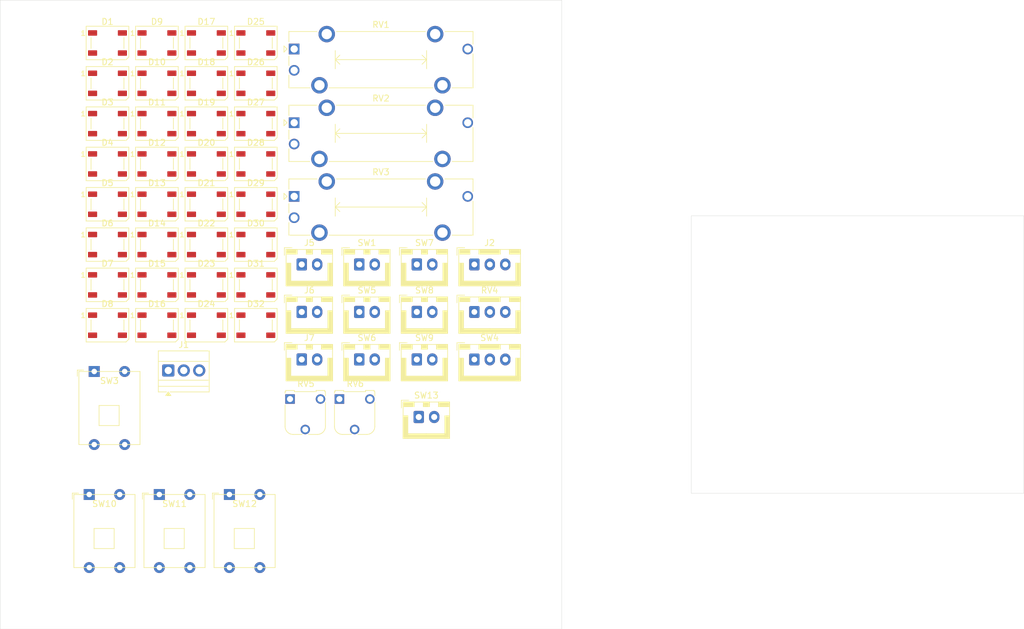
<source format=kicad_pcb>
(kicad_pcb (version 20241229) (generator "pcbnew") (generator_version "9.0")
  (layers (0 "F.Cu" signal) (2 "B.Cu" signal) (13 "F.Paste" user) (15 "B.Paste" user) (5 "F.SilkS" user "F.Silkscreen") (7 "B.SilkS" user "B.Silkscreen") (1 "F.Mask" user) (3 "B.Mask" user) (25 "Edge.Cuts" user))
  (net 0 "")
  (net 1 "GND")
  (net 3 "Net-(D1-DOUT)")
  (net 4 "+5V")
  (net 5 "Net-(D2-DOUT)")
  (net 6 "Net-(D3-DOUT)")
  (net 7 "Net-(D4-DOUT)")
  (net 8 "Net-(D5-DOUT)")
  (net 9 "Net-(D6-DOUT)")
  (net 10 "Net-(D7-DOUT)")
  (net 11 "Net-(D8-DOUT)")
  (net 12 "Net-(D10-DIN)")
  (net 13 "Net-(D10-DOUT)")
  (net 14 "Net-(D11-DOUT)")
  (net 15 "Net-(D12-DOUT)")
  (net 16 "Net-(D13-DOUT)")
  (net 17 "Net-(D14-DOUT)")
  (net 18 "Net-(D15-DOUT)")
  (net 19 "Net-(D16-DOUT)")
  (net 20 "Net-(D17-DOUT)")
  (net 21 "Net-(D18-DIN)")
  (net 22 "Net-(D18-DOUT)")
  (net 23 "Net-(D19-DOUT)")
  (net 24 "Net-(D20-DOUT)")
  (net 25 "Net-(D21-DOUT)")
  (net 26 "Net-(D22-DOUT)")
  (net 27 "Net-(D23-DOUT)")
  (net 28 "Net-(D24-DOUT)")
  (net 29 "Net-(D25-DOUT)")
  (net 30 "Net-(D26-DOUT)")
  (net 31 "Net-(D27-DOUT)")
  (net 32 "Net-(D28-DOUT)")
  (net 33 "Net-(D29-DOUT)")
  (net 34 "Net-(D30-DOUT)")
  (net 39 "+BATT")
  (net 40 "5V USB")
  (net 41 "Net-(J7-Pin_2)")
  (net 43 "ADC_Lo")
  (net 44 "ADC-Hi")
  (net 62 "Net-(SW10-A-Pad1)")
  (net 63 "Net-(SW11-A-Pad1)")
  (net 64 "Net-(SW12-A-Pad1)")
  (net 65 "Net-(SW13-A-Pad1)")
  (footprint "Connector_JST:XH-3A" (layer "F.Cu") (at 124.32 83.25)
    (property "Reference" "RV4" (at 2.5 -3.55 0) (layer "F.SilkS"))
    (property "Value" "Main Potentiometer")
    (pad "1" thru_hole roundrect (at 0 0) (size 1.7 1.95) (drill 0.95) (layers "*.Cu" "*.Mask") (roundrect_rratio 0.147059) (net 44 "ADC-Hi"))
    (pad "2" thru_hole oval (at 2.54 0) (size 1.7 1.95) (drill 0.95) (layers "*.Cu" "*.Mask"))
    (pad "3" thru_hole oval (at 5.08 0) (size 1.7 1.95) (drill 0.95) (layers "*.Cu" "*.Mask") (net 43 "ADC_Lo"))
  )
  (footprint "Connector_JST:XH-2A" (layer "F.Cu") (at 95.97 75.45)
    (property "Reference" "J5" (at 1.25 -3.55 0) (layer "F.SilkS"))
    (property "Value" "Battery")
    (pad "1" thru_hole roundrect (at 0 0) (size 1.7 2) (drill 1) (layers "*.Cu" "*.Mask") (roundrect_rratio 0.147059) (net 39 "+BATT"))
    (pad "2" thru_hole oval (at 2.54 0) (size 1.7 2) (drill 1) (layers "*.Cu" "*.Mask") (net 1 "GND"))
  )
  (footprint "Connector_JST:XH-3A" (layer "F.Cu") (at 124.32 91.05)
    (property "Reference" "SW4" (at 2.5 -3.55 0) (layer "F.SilkS"))
    (property "Value" "SW_SPDT_MSM")
    (pad "1" thru_hole roundrect (at 0 0) (size 1.7 1.95) (drill 0.95) (layers "*.Cu" "*.Mask") (roundrect_rratio 0.147059) (net 1 "GND"))
    (pad "2" thru_hole oval (at 2.54 0) (size 1.7 1.95) (drill 0.95) (layers "*.Cu" "*.Mask"))
    (pad "3" thru_hole oval (at 5.08 0) (size 1.7 1.95) (drill 0.95) (layers "*.Cu" "*.Mask") (net 1 "GND"))
  )
  (footprint "LED_SMD:LED_WS2812B_PLCC4_5.0x5.0mm_P3.2mm" (layer "F.Cu") (at 64.075 52.325)
    (property "Reference" "D3" (at 0 -3.5 0) (layer "F.SilkS"))
    (property "Value" "WS2812B")
    (fp_text user "1" (at -4 -1.6 0) (layer "F.SilkS") (effects (font (size 0.8 0.8))))
    (pad "1" smd roundrect (at -2.45 -1.65) (size 1.5 0.9) (layers "F.Cu" "F.Mask" "F.Paste") (roundrect_rratio 0.1) (net 1 "GND"))
    (pad "2" smd roundrect (at -2.45 1.65) (size 1.5 0.9) (layers "F.Cu" "F.Mask" "F.Paste") (roundrect_rratio 0.1) (net 6 "Net-(D3-DOUT)"))
    (pad "3" smd roundrect (at 2.45 1.65) (size 1.5 0.9) (layers "F.Cu" "F.Mask" "F.Paste") (roundrect_rratio 0.1) (net 4 "+5V"))
    (pad "4" smd roundrect (at 2.45 -1.65) (size 1.5 0.9) (layers "F.Cu" "F.Mask" "F.Paste") (roundrect_rratio 0.1) (net 5 "Net-(D2-DOUT)"))
  )
  (footprint "Connector_JST:XH-2A" (layer "F.Cu") (at 115.185 100.5)
    (property "Reference" "SW13" (at 1.25 -3.55 0) (layer "F.SilkS"))
    (property "Value" "Button Small")
    (pad "1" thru_hole roundrect (at 0 0) (size 1.7 2) (drill 1) (layers "*.Cu" "*.Mask") (roundrect_rratio 0.147059) (net 65 "Net-(SW13-A-Pad1)"))
    (pad "2" thru_hole oval (at 2.54 0) (size 1.7 2) (drill 1) (layers "*.Cu" "*.Mask") (net 65 "Net-(SW13-A-Pad1)"))
  )
  (footprint "Connector_JST:XH-2A" (layer "F.Cu") (at 95.97 91.05)
    (property "Reference" "J7" (at 1.25 -3.55 0) (layer "F.SilkS"))
    (property "Value" "Battery Indicator")
    (pad "1" thru_hole roundrect (at 0 0) (size 1.7 2) (drill 1) (layers "*.Cu" "*.Mask") (roundrect_rratio 0.147059) (net 39 "+BATT"))
    (pad "2" thru_hole oval (at 2.54 0) (size 1.7 2) (drill 1) (layers "*.Cu" "*.Mask") (net 41 "Net-(J7-Pin_2)"))
  )
  (footprint "LED_SMD:LED_WS2812B_PLCC4_5.0x5.0mm_P3.2mm" (layer "F.Cu") (at 64.075 72.185)
    (property "Reference" "D6" (at 0 -3.5 0) (layer "F.SilkS"))
    (property "Value" "WS2812B")
    (fp_text user "1" (at -4 -1.6 0) (layer "F.SilkS") (effects (font (size 0.8 0.8))))
    (pad "1" smd roundrect (at -2.45 -1.65) (size 1.5 0.9) (layers "F.Cu" "F.Mask" "F.Paste") (roundrect_rratio 0.1) (net 1 "GND"))
    (pad "2" smd roundrect (at -2.45 1.65) (size 1.5 0.9) (layers "F.Cu" "F.Mask" "F.Paste") (roundrect_rratio 0.1) (net 9 "Net-(D6-DOUT)"))
    (pad "3" smd roundrect (at 2.45 1.65) (size 1.5 0.9) (layers "F.Cu" "F.Mask" "F.Paste") (roundrect_rratio 0.1) (net 4 "+5V"))
    (pad "4" smd roundrect (at 2.45 -1.65) (size 1.5 0.9) (layers "F.Cu" "F.Mask" "F.Paste") (roundrect_rratio 0.1) (net 8 "Net-(D5-DOUT)"))
  )
  (footprint "LED_SMD:LED_WS2812B_PLCC4_5.0x5.0mm_P3.2mm" (layer "F.Cu") (at 88.435 72.185)
    (property "Reference" "D30" (at 0 -3.5 0) (layer "F.SilkS"))
    (property "Value" "WS2812B")
    (fp_text user "1" (at -4 -1.6 0) (layer "F.SilkS") (effects (font (size 0.8 0.8))))
    (pad "1" smd roundrect (at -2.45 -1.65) (size 1.5 0.9) (layers "F.Cu" "F.Mask" "F.Paste") (roundrect_rratio 0.1) (net 1 "GND"))
    (pad "2" smd roundrect (at -2.45 1.65) (size 1.5 0.9) (layers "F.Cu" "F.Mask" "F.Paste") (roundrect_rratio 0.1) (net 34 "Net-(D30-DOUT)"))
    (pad "3" smd roundrect (at 2.45 1.65) (size 1.5 0.9) (layers "F.Cu" "F.Mask" "F.Paste") (roundrect_rratio 0.1) (net 4 "+5V"))
    (pad "4" smd roundrect (at 2.45 -1.65) (size 1.5 0.9) (layers "F.Cu" "F.Mask" "F.Paste") (roundrect_rratio 0.1) (net 32 "Net-(D28-DOUT)"))
  )
  (footprint "LED_SMD:LED_WS2812B_PLCC4_5.0x5.0mm_P3.2mm" (layer "F.Cu") (at 72.195 39.085)
    (property "Reference" "D9" (at 0 -3.5 0) (layer "F.SilkS"))
    (property "Value" "WS2812B")
    (fp_text user "1" (at -4 -1.6 0) (layer "F.SilkS") (effects (font (size 0.8 0.8))))
    (pad "1" smd roundrect (at -2.45 -1.65) (size 1.5 0.9) (layers "F.Cu" "F.Mask" "F.Paste") (roundrect_rratio 0.1) (net 1 "GND"))
    (pad "2" smd roundrect (at -2.45 1.65) (size 1.5 0.9) (layers "F.Cu" "F.Mask" "F.Paste") (roundrect_rratio 0.1) (net 12 "Net-(D10-DIN)"))
    (pad "3" smd roundrect (at 2.45 1.65) (size 1.5 0.9) (layers "F.Cu" "F.Mask" "F.Paste") (roundrect_rratio 0.1) (net 4 "+5V"))
    (pad "4" smd roundrect (at 2.45 -1.65) (size 1.5 0.9) (layers "F.Cu" "F.Mask" "F.Paste") (roundrect_rratio 0.1) (net 11 "Net-(D8-DOUT)"))
  )
  (footprint "Button_Switch_THT:Switch THT" (layer "F.Cu") (at 61.075379 117.505)
    (property "Reference" "SW10" (at 2.5 -2.75 0) (layer "F.SilkS"))
    (property "Value" "Button Green")
    (pad "1" thru_hole rect (at 0.002618 -4.28) (size 1.8 1.8) (drill 0.9) (layers "*.Cu" "*.Mask") (net 62 "Net-(SW10-A-Pad1)"))
    (pad "2" thru_hole circle (at 5.000509 -4.28) (size 1.8 1.8) (drill 0.9) (layers "*.Cu" "*.Mask") (net 62 "Net-(SW10-A-Pad1)"))
    (pad "3" thru_hole circle (at 0.004443 7.72) (size 1.8 1.8) (drill 0.9) (layers "*.Cu" "*.Mask") (net 1 "GND"))
    (pad "4" thru_hole circle (at 5.008405 7.72) (size 1.8 1.8) (drill 0.9) (layers "*.Cu" "*.Mask") (net 1 "GND"))
  )
  (footprint "LED_SMD:LED_WS2812B_PLCC4_5.0x5.0mm_P3.2mm" (layer "F.Cu") (at 72.195 78.805)
    (property "Reference" "D15" (at 0 -3.5 0) (layer "F.SilkS"))
    (property "Value" "WS2812B")
    (fp_text user "1" (at -4 -1.6 0) (layer "F.SilkS") (effects (font (size 0.8 0.8))))
    (pad "1" smd roundrect (at -2.45 -1.65) (size 1.5 0.9) (layers "F.Cu" "F.Mask" "F.Paste") (roundrect_rratio 0.1) (net 1 "GND"))
    (pad "2" smd roundrect (at -2.45 1.65) (size 1.5 0.9) (layers "F.Cu" "F.Mask" "F.Paste") (roundrect_rratio 0.1) (net 18 "Net-(D15-DOUT)"))
    (pad "3" smd roundrect (at 2.45 1.65) (size 1.5 0.9) (layers "F.Cu" "F.Mask" "F.Paste") (roundrect_rratio 0.1) (net 4 "+5V"))
    (pad "4" smd roundrect (at 2.45 -1.65) (size 1.5 0.9) (layers "F.Cu" "F.Mask" "F.Paste") (roundrect_rratio 0.1) (net 17 "Net-(D14-DOUT)"))
  )
  (footprint "Connector_JST:XH-2A" (layer "F.Cu") (at 105.42 91.05)
    (property "Reference" "SW6" (at 1.25 -3.55 0) (layer "F.SilkS"))
    (property "Value" "Toggle Blue")
    (pad "1" thru_hole roundrect (at 0 0) (size 1.7 2) (drill 1) (layers "*.Cu" "*.Mask") (roundrect_rratio 0.147059))
    (pad "2" thru_hole oval (at 2.54 0) (size 1.7 2) (drill 1) (layers "*.Cu" "*.Mask"))
  )
  (footprint "LED_SMD:LED_WS2812B_PLCC4_5.0x5.0mm_P3.2mm" (layer "F.Cu") (at 80.315 72.185)
    (property "Reference" "D22" (at 0 -3.5 0) (layer "F.SilkS"))
    (property "Value" "WS2812B")
    (fp_text user "1" (at -4 -1.6 0) (layer "F.SilkS") (effects (font (size 0.8 0.8))))
    (pad "1" smd roundrect (at -2.45 -1.65) (size 1.5 0.9) (layers "F.Cu" "F.Mask" "F.Paste") (roundrect_rratio 0.1) (net 1 "GND"))
    (pad "2" smd roundrect (at -2.45 1.65) (size 1.5 0.9) (layers "F.Cu" "F.Mask" "F.Paste") (roundrect_rratio 0.1) (net 26 "Net-(D22-DOUT)"))
    (pad "3" smd roundrect (at 2.45 1.65) (size 1.5 0.9) (layers "F.Cu" "F.Mask" "F.Paste") (roundrect_rratio 0.1) (net 4 "+5V"))
    (pad "4" smd roundrect (at 2.45 -1.65) (size 1.5 0.9) (layers "F.Cu" "F.Mask" "F.Paste") (roundrect_rratio 0.1) (net 24 "Net-(D20-DOUT)"))
  )
  (footprint "Button_Switch_THT:Switch THT" (layer "F.Cu") (at 72.583487 117.505)
    (property "Reference" "SW11" (at 2.5 -2.75 0) (layer "F.SilkS"))
    (property "Value" "Button Blue")
    (pad "1" thru_hole rect (at 0.002618 -4.28) (size 1.8 1.8) (drill 0.9) (layers "*.Cu" "*.Mask") (net 63 "Net-(SW11-A-Pad1)"))
    (pad "2" thru_hole circle (at 5.000509 -4.28) (size 1.8 1.8) (drill 0.9) (layers "*.Cu" "*.Mask") (net 63 "Net-(SW11-A-Pad1)"))
    (pad "3" thru_hole circle (at 0.004443 7.72) (size 1.8 1.8) (drill 0.9) (layers "*.Cu" "*.Mask") (net 1 "GND"))
    (pad "4" thru_hole circle (at 5.008405 7.72) (size 1.8 1.8) (drill 0.9) (layers "*.Cu" "*.Mask") (net 1 "GND"))
  )
  (footprint "Connector_JST:XH-2A" (layer "F.Cu") (at 114.87 75.45)
    (property "Reference" "SW7" (at 1.25 -3.55 0) (layer "F.SilkS"))
    (property "Value" "SW_SPDT")
    (pad "1" thru_hole roundrect (at 0 0) (size 1.7 2) (drill 1) (layers "*.Cu" "*.Mask") (roundrect_rratio 0.147059))
    (pad "2" thru_hole oval (at 2.54 0) (size 1.7 2) (drill 1) (layers "*.Cu" "*.Mask"))
  )
  (footprint "LED_SMD:LED_WS2812B_PLCC4_5.0x5.0mm_P3.2mm" (layer "F.Cu") (at 64.075 58.945)
    (property "Reference" "D4" (at 0 -3.5 0) (layer "F.SilkS"))
    (property "Value" "WS2812B")
    (fp_text user "1" (at -4 -1.6 0) (layer "F.SilkS") (effects (font (size 0.8 0.8))))
    (pad "1" smd roundrect (at -2.45 -1.65) (size 1.5 0.9) (layers "F.Cu" "F.Mask" "F.Paste") (roundrect_rratio 0.1) (net 1 "GND"))
    (pad "2" smd roundrect (at -2.45 1.65) (size 1.5 0.9) (layers "F.Cu" "F.Mask" "F.Paste") (roundrect_rratio 0.1) (net 7 "Net-(D4-DOUT)"))
    (pad "3" smd roundrect (at 2.45 1.65) (size 1.5 0.9) (layers "F.Cu" "F.Mask" "F.Paste") (roundrect_rratio 0.1) (net 4 "+5V"))
    (pad "4" smd roundrect (at 2.45 -1.65) (size 1.5 0.9) (layers "F.Cu" "F.Mask" "F.Paste") (roundrect_rratio 0.1) (net 6 "Net-(D3-DOUT)"))
  )
  (footprint "LED_SMD:LED_WS2812B_PLCC4_5.0x5.0mm_P3.2mm" (layer "F.Cu") (at 80.315 85.425)
    (property "Reference" "D24" (at 0 -3.5 0) (layer "F.SilkS"))
    (property "Value" "WS2812B")
    (fp_text user "1" (at -4 -1.6 0) (layer "F.SilkS") (effects (font (size 0.8 0.8))))
    (pad "1" smd roundrect (at -2.45 -1.65) (size 1.5 0.9) (layers "F.Cu" "F.Mask" "F.Paste") (roundrect_rratio 0.1) (net 1 "GND"))
    (pad "2" smd roundrect (at -2.45 1.65) (size 1.5 0.9) (layers "F.Cu" "F.Mask" "F.Paste") (roundrect_rratio 0.1) (net 28 "Net-(D24-DOUT)"))
    (pad "3" smd roundrect (at 2.45 1.65) (size 1.5 0.9) (layers "F.Cu" "F.Mask" "F.Paste") (roundrect_rratio 0.1) (net 4 "+5V"))
    (pad "4" smd roundrect (at 2.45 -1.65) (size 1.5 0.9) (layers "F.Cu" "F.Mask" "F.Paste") (roundrect_rratio 0.1) (net 26 "Net-(D22-DOUT)"))
  )
  (footprint "LED_SMD:LED_WS2812B_PLCC4_5.0x5.0mm_P3.2mm" (layer "F.Cu") (at 88.435 58.945)
    (property "Reference" "D28" (at 0 -3.5 0) (layer "F.SilkS"))
    (property "Value" "WS2812B")
    (fp_text user "1" (at -4 -1.6 0) (layer "F.SilkS") (effects (font (size 0.8 0.8))))
    (pad "1" smd roundrect (at -2.45 -1.65) (size 1.5 0.9) (layers "F.Cu" "F.Mask" "F.Paste") (roundrect_rratio 0.1) (net 1 "GND"))
    (pad "2" smd roundrect (at -2.45 1.65) (size 1.5 0.9) (layers "F.Cu" "F.Mask" "F.Paste") (roundrect_rratio 0.1) (net 32 "Net-(D28-DOUT)"))
    (pad "3" smd roundrect (at 2.45 1.65) (size 1.5 0.9) (layers "F.Cu" "F.Mask" "F.Paste") (roundrect_rratio 0.1) (net 4 "+5V"))
    (pad "4" smd roundrect (at 2.45 -1.65) (size 1.5 0.9) (layers "F.Cu" "F.Mask" "F.Paste") (roundrect_rratio 0.1) (net 30 "Net-(D26-DOUT)"))
  )
  (footprint "LED_SMD:LED_WS2812B_PLCC4_5.0x5.0mm_P3.2mm" (layer "F.Cu") (at 72.195 45.705)
    (property "Reference" "D10" (at 0 -3.5 0) (layer "F.SilkS"))
    (property "Value" "WS2812B")
    (fp_text user "1" (at -4 -1.6 0) (layer "F.SilkS") (effects (font (size 0.8 0.8))))
    (pad "1" smd roundrect (at -2.45 -1.65) (size 1.5 0.9) (layers "F.Cu" "F.Mask" "F.Paste") (roundrect_rratio 0.1) (net 1 "GND"))
    (pad "2" smd roundrect (at -2.45 1.65) (size 1.5 0.9) (layers "F.Cu" "F.Mask" "F.Paste") (roundrect_rratio 0.1) (net 13 "Net-(D10-DOUT)"))
    (pad "3" smd roundrect (at 2.45 1.65) (size 1.5 0.9) (layers "F.Cu" "F.Mask" "F.Paste") (roundrect_rratio 0.1) (net 4 "+5V"))
    (pad "4" smd roundrect (at 2.45 -1.65) (size 1.5 0.9) (layers "F.Cu" "F.Mask" "F.Paste") (roundrect_rratio 0.1) (net 12 "Net-(D10-DIN)"))
  )
  (footprint "Connector_JST:XH-2A" (layer "F.Cu") (at 95.97 83.25)
    (property "Reference" "J6" (at 1.25 -3.55 0) (layer "F.SilkS"))
    (property "Value" "USB")
    (pad "1" thru_hole roundrect (at 0 0) (size 1.7 2) (drill 1) (layers "*.Cu" "*.Mask") (roundrect_rratio 0.147059) (net 40 "5V USB"))
    (pad "2" thru_hole oval (at 2.54 0) (size 1.7 2) (drill 1) (layers "*.Cu" "*.Mask") (net 1 "GND"))
  )
  (footprint "Button_Switch_THT:Switch THT" (layer "F.Cu") (at 61.895557 97.305)
    (property "Reference" "SW3" (at 2.5 -2.75 0) (layer "F.SilkS"))
    (property "Value" "Button Red")
    (pad "1" thru_hole rect (at 0.002618 -4.28) (size 1.8 1.8) (drill 0.9) (layers "*.Cu" "*.Mask") (net 4 "+5V"))
    (pad "2" thru_hole circle (at 0.004443 7.72) (size 1.8 1.8) (drill 0.9) (layers "*.Cu" "*.Mask") (net 4 "+5V"))
    (pad "3" thru_hole circle (at 5.000509 -4.28) (size 1.8 1.8) (drill 0.9) (layers "*.Cu" "*.Mask") (net 1 "GND"))
    (pad "4" thru_hole circle (at 5.008405 7.72) (size 1.8 1.8) (drill 0.9) (layers "*.Cu" "*.Mask") (net 1 "GND"))
  )
  (footprint "LED_SMD:LED_WS2812B_PLCC4_5.0x5.0mm_P3.2mm" (layer "F.Cu") (at 80.315 52.325)
    (property "Reference" "D19" (at 0 -3.5 0) (layer "F.SilkS"))
    (property "Value" "WS2812B")
    (fp_text user "1" (at -4 -1.6 0) (layer "F.SilkS") (effects (font (size 0.8 0.8))))
    (pad "1" smd roundrect (at -2.45 -1.65) (size 1.5 0.9) (layers "F.Cu" "F.Mask" "F.Paste") (roundrect_rratio 0.1) (net 1 "GND"))
    (pad "2" smd roundrect (at -2.45 1.65) (size 1.5 0.9) (layers "F.Cu" "F.Mask" "F.Paste") (roundrect_rratio 0.1) (net 23 "Net-(D19-DOUT)"))
    (pad "3" smd roundrect (at 2.45 1.65) (size 1.5 0.9) (layers "F.Cu" "F.Mask" "F.Paste") (roundrect_rratio 0.1) (net 4 "+5V"))
    (pad "4" smd roundrect (at 2.45 -1.65) (size 1.5 0.9) (layers "F.Cu" "F.Mask" "F.Paste") (roundrect_rratio 0.1) (net 20 "Net-(D17-DOUT)"))
  )
  (footprint "Connector_JST:XH-2A" (layer "F.Cu") (at 114.87 83.25)
    (property "Reference" "SW8" (at 1.25 -3.55 0) (layer "F.SilkS"))
    (property "Value" "SW_SPDT")
    (pad "1" thru_hole roundrect (at 0 0) (size 1.7 2) (drill 1) (layers "*.Cu" "*.Mask") (roundrect_rratio 0.147059))
    (pad "2" thru_hole oval (at 2.54 0) (size 1.7 2) (drill 1) (layers "*.Cu" "*.Mask"))
  )
  (footprint "LED_SMD:LED_WS2812B_PLCC4_5.0x5.0mm_P3.2mm" (layer "F.Cu") (at 80.315 58.945)
    (property "Reference" "D20" (at 0 -3.5 0) (layer "F.SilkS"))
    (property "Value" "WS2812B")
    (fp_text user "1" (at -4 -1.6 0) (layer "F.SilkS") (effects (font (size 0.8 0.8))))
    (pad "1" smd roundrect (at -2.45 -1.65) (size 1.5 0.9) (layers "F.Cu" "F.Mask" "F.Paste") (roundrect_rratio 0.1) (net 1 "GND"))
    (pad "2" smd roundrect (at -2.45 1.65) (size 1.5 0.9) (layers "F.Cu" "F.Mask" "F.Paste") (roundrect_rratio 0.1) (net 24 "Net-(D20-DOUT)"))
    (pad "3" smd roundrect (at 2.45 1.65) (size 1.5 0.9) (layers "F.Cu" "F.Mask" "F.Paste") (roundrect_rratio 0.1) (net 4 "+5V"))
    (pad "4" smd roundrect (at 2.45 -1.65) (size 1.5 0.9) (layers "F.Cu" "F.Mask" "F.Paste") (roundrect_rratio 0.1) (net 22 "Net-(D18-DOUT)"))
  )
  (footprint "Potentiometer_THT:Potentiometer_Bourns_PTA1543_Single_Slide" (layer "F.Cu") (at 94.73 52.175)
    (property "Reference" "RV2" (at 14.25 -4 0) (layer "F.SilkS"))
    (property "Value" "Slider Green")
    (pad "1" thru_hole rect (at 0 0) (size 1.75 1.75) (drill 1.2) (layers "*.Cu" "*.Mask") (net 44 "ADC-Hi"))
    (pad "2" thru_hole circle (at 0 3.5) (size 1.75 1.75) (drill 1.2) (layers "*.Cu" "*.Mask"))
    (pad "3" thru_hole circle (at 28.5 0) (size 1.75 1.75) (drill 1.2) (layers "*.Cu" "*.Mask") (net 43 "ADC_Lo"))
    (pad "MP" thru_hole circle (at 4.15 5.95) (size 2.7 2.7) (drill 1.7) (layers "*.Cu" "*.Mask"))
    (pad "MP" thru_hole circle (at 5.35 -2.45) (size 2.7 2.7) (drill 1.7) (layers "*.Cu" "*.Mask"))
    (pad "MP" thru_hole circle (at 23.15 -2.45) (size 2.7 2.7) (drill 1.7) (layers "*.Cu" "*.Mask"))
    (pad "MP" thru_hole circle (at 24.35 5.95) (size 2.7 2.7) (drill 1.7) (layers "*.Cu" "*.Mask"))
  )
  (footprint "LED_SMD:LED_WS2812B_PLCC4_5.0x5.0mm_P3.2mm" (layer "F.Cu") (at 80.315 39.085)
    (property "Reference" "D17" (at 0 -3.5 0) (layer "F.SilkS"))
    (property "Value" "WS2812B")
    (fp_text user "1" (at -4 -1.6 0) (layer "F.SilkS") (effects (font (size 0.8 0.8))))
    (pad "1" smd roundrect (at -2.45 -1.65) (size 1.5 0.9) (layers "F.Cu" "F.Mask" "F.Paste") (roundrect_rratio 0.1) (net 1 "GND"))
    (pad "2" smd roundrect (at -2.45 1.65) (size 1.5 0.9) (layers "F.Cu" "F.Mask" "F.Paste") (roundrect_rratio 0.1) (net 20 "Net-(D17-DOUT)"))
    (pad "3" smd roundrect (at 2.45 1.65) (size 1.5 0.9) (layers "F.Cu" "F.Mask" "F.Paste") (roundrect_rratio 0.1) (net 4 "+5V"))
    (pad "4" smd roundrect (at 2.45 -1.65) (size 1.5 0.9) (layers "F.Cu" "F.Mask" "F.Paste") (roundrect_rratio 0.1) (net 19 "Net-(D16-DOUT)"))
  )
  (footprint "LED_SMD:LED_WS2812B_PLCC4_5.0x5.0mm_P3.2mm" (layer "F.Cu") (at 72.195 58.945)
    (property "Reference" "D12" (at 0 -3.5 0) (layer "F.SilkS"))
    (property "Value" "WS2812B")
    (fp_text user "1" (at -4 -1.6 0) (layer "F.SilkS") (effects (font (size 0.8 0.8))))
    (pad "1" smd roundrect (at -2.45 -1.65) (size 1.5 0.9) (layers "F.Cu" "F.Mask" "F.Paste") (roundrect_rratio 0.1) (net 1 "GND"))
    (pad "2" smd roundrect (at -2.45 1.65) (size 1.5 0.9) (layers "F.Cu" "F.Mask" "F.Paste") (roundrect_rratio 0.1) (net 15 "Net-(D12-DOUT)"))
    (pad "3" smd roundrect (at 2.45 1.65) (size 1.5 0.9) (layers "F.Cu" "F.Mask" "F.Paste") (roundrect_rratio 0.1) (net 4 "+5V"))
    (pad "4" smd roundrect (at 2.45 -1.65) (size 1.5 0.9) (layers "F.Cu" "F.Mask" "F.Paste") (roundrect_rratio 0.1) (net 14 "Net-(D11-DOUT)"))
  )
  (footprint "LED_SMD:LED_WS2812B_PLCC4_5.0x5.0mm_P3.2mm" (layer "F.Cu") (at 80.315 65.565)
    (property "Reference" "D21" (at 0 -3.5 0) (layer "F.SilkS"))
    (property "Value" "WS2812B")
    (fp_text user "1" (at -4 -1.6 0) (layer "F.SilkS") (effects (font (size 0.8 0.8))))
    (pad "1" smd roundrect (at -2.45 -1.65) (size 1.5 0.9) (layers "F.Cu" "F.Mask" "F.Paste") (roundrect_rratio 0.1) (net 1 "GND"))
    (pad "2" smd roundrect (at -2.45 1.65) (size 1.5 0.9) (layers "F.Cu" "F.Mask" "F.Paste") (roundrect_rratio 0.1) (net 25 "Net-(D21-DOUT)"))
    (pad "3" smd roundrect (at 2.45 1.65) (size 1.5 0.9) (layers "F.Cu" "F.Mask" "F.Paste") (roundrect_rratio 0.1) (net 4 "+5V"))
    (pad "4" smd roundrect (at 2.45 -1.65) (size 1.5 0.9) (layers "F.Cu" "F.Mask" "F.Paste") (roundrect_rratio 0.1) (net 23 "Net-(D19-DOUT)"))
  )
  (footprint "LED_SMD:LED_WS2812B_PLCC4_5.0x5.0mm_P3.2mm" (layer "F.Cu") (at 80.315 78.805)
    (property "Reference" "D23" (at 0 -3.5 0) (layer "F.SilkS"))
    (property "Value" "WS2812B")
    (fp_text user "1" (at -4 -1.6 0) (layer "F.SilkS") (effects (font (size 0.8 0.8))))
    (pad "1" smd roundrect (at -2.45 -1.65) (size 1.5 0.9) (layers "F.Cu" "F.Mask" "F.Paste") (roundrect_rratio 0.1) (net 1 "GND"))
    (pad "2" smd roundrect (at -2.45 1.65) (size 1.5 0.9) (layers "F.Cu" "F.Mask" "F.Paste") (roundrect_rratio 0.1) (net 27 "Net-(D23-DOUT)"))
    (pad "3" smd roundrect (at 2.45 1.65) (size 1.5 0.9) (layers "F.Cu" "F.Mask" "F.Paste") (roundrect_rratio 0.1) (net 4 "+5V"))
    (pad "4" smd roundrect (at 2.45 -1.65) (size 1.5 0.9) (layers "F.Cu" "F.Mask" "F.Paste") (roundrect_rratio 0.1) (net 25 "Net-(D21-DOUT)"))
  )
  (footprint "LED_SMD:LED_WS2812B_PLCC4_5.0x5.0mm_P3.2mm" (layer "F.Cu") (at 72.195 65.565)
    (property "Reference" "D13" (at 0 -3.5 0) (layer "F.SilkS"))
    (property "Value" "WS2812B")
    (fp_text user "1" (at -4 -1.6 0) (layer "F.SilkS") (effects (font (size 0.8 0.8))))
    (pad "1" smd roundrect (at -2.45 -1.65) (size 1.5 0.9) (layers "F.Cu" "F.Mask" "F.Paste") (roundrect_rratio 0.1) (net 1 "GND"))
    (pad "2" smd roundrect (at -2.45 1.65) (size 1.5 0.9) (layers "F.Cu" "F.Mask" "F.Paste") (roundrect_rratio 0.1) (net 16 "Net-(D13-DOUT)"))
    (pad "3" smd roundrect (at 2.45 1.65) (size 1.5 0.9) (layers "F.Cu" "F.Mask" "F.Paste") (roundrect_rratio 0.1) (net 4 "+5V"))
    (pad "4" smd roundrect (at 2.45 -1.65) (size 1.5 0.9) (layers "F.Cu" "F.Mask" "F.Paste") (roundrect_rratio 0.1) (net 15 "Net-(D12-DOUT)"))
  )
  (footprint "LED_SMD:LED_WS2812B_PLCC4_5.0x5.0mm_P3.2mm" (layer "F.Cu") (at 64.075 45.705)
    (property "Reference" "D2" (at 0 -3.5 0) (layer "F.SilkS"))
    (property "Value" "WS2812B")
    (fp_text user "1" (at -4 -1.6 0) (layer "F.SilkS") (effects (font (size 0.8 0.8))))
    (pad "1" smd roundrect (at -2.45 -1.65) (size 1.5 0.9) (layers "F.Cu" "F.Mask" "F.Paste") (roundrect_rratio 0.1) (net 1 "GND"))
    (pad "2" smd roundrect (at -2.45 1.65) (size 1.5 0.9) (layers "F.Cu" "F.Mask" "F.Paste") (roundrect_rratio 0.1) (net 5 "Net-(D2-DOUT)"))
    (pad "3" smd roundrect (at 2.45 1.65) (size 1.5 0.9) (layers "F.Cu" "F.Mask" "F.Paste") (roundrect_rratio 0.1) (net 4 "+5V"))
    (pad "4" smd roundrect (at 2.45 -1.65) (size 1.5 0.9) (layers "F.Cu" "F.Mask" "F.Paste") (roundrect_rratio 0.1) (net 3 "Net-(D1-DOUT)"))
  )
  (footprint "Button_Switch_THT:Switch THT" (layer "F.Cu") (at 84.091595 117.505)
    (property "Reference" "SW12" (at 2.5 -2.75 0) (layer "F.SilkS"))
    (property "Value" "Button Yellow")
    (pad "1" thru_hole rect (at 0.002618 -4.28) (size 1.8 1.8) (drill 0.9) (layers "*.Cu" "*.Mask") (net 64 "Net-(SW12-A-Pad1)"))
    (pad "2" thru_hole circle (at 5.000509 -4.28) (size 1.8 1.8) (drill 0.9) (layers "*.Cu" "*.Mask") (net 64 "Net-(SW12-A-Pad1)"))
    (pad "3" thru_hole circle (at 0.004443 7.72) (size 1.8 1.8) (drill 0.9) (layers "*.Cu" "*.Mask") (net 1 "GND"))
    (pad "4" thru_hole circle (at 5.008405 7.72) (size 1.8 1.8) (drill 0.9) (layers "*.Cu" "*.Mask") (net 1 "GND"))
  )
  (footprint "Potentiometer_THT:Potentiometer_Bourns_PTA1543_Single_Slide" (layer "F.Cu") (at 94.73 40.075)
    (property "Reference" "RV1" (at 14.25 -4 0) (layer "F.SilkS"))
    (property "Value" "Slider Blue")
    (pad "1" thru_hole rect (at 0 0) (size 1.75 1.75) (drill 1.2) (layers "*.Cu" "*.Mask") (net 44 "ADC-Hi"))
    (pad "2" thru_hole circle (at 0 3.5) (size 1.75 1.75) (drill 1.2) (layers "*.Cu" "*.Mask"))
    (pad "3" thru_hole circle (at 28.5 0) (size 1.75 1.75) (drill 1.2) (layers "*.Cu" "*.Mask") (net 43 "ADC_Lo"))
    (pad "MP" thru_hole circle (at 4.15 5.95) (size 2.7 2.7) (drill 1.7) (layers "*.Cu" "*.Mask"))
    (pad "MP" thru_hole circle (at 5.35 -2.45) (size 2.7 2.7) (drill 1.7) (layers "*.Cu" "*.Mask"))
    (pad "MP" thru_hole circle (at 23.15 -2.45) (size 2.7 2.7) (drill 1.7) (layers "*.Cu" "*.Mask"))
    (pad "MP" thru_hole circle (at 24.35 5.95) (size 2.7 2.7) (drill 1.7) (layers "*.Cu" "*.Mask"))
  )
  (footprint "LED_SMD:LED_WS2812B_PLCC4_5.0x5.0mm_P3.2mm" (layer "F.Cu") (at 64.075 39.085)
    (property "Reference" "D1" (at 0 -3.5 0) (layer "F.SilkS"))
    (property "Value" "WS2812B")
    (fp_text user "1" (at -4 -1.6 0) (layer "F.SilkS") (effects (font (size 0.8 0.8))))
    (pad "1" smd roundrect (at -2.45 -1.65) (size 1.5 0.9) (layers "F.Cu" "F.Mask" "F.Paste") (roundrect_rratio 0.1) (net 1 "GND"))
    (pad "2" smd roundrect (at -2.45 1.65) (size 1.5 0.9) (layers "F.Cu" "F.Mask" "F.Paste") (roundrect_rratio 0.1) (net 3 "Net-(D1-DOUT)"))
    (pad "3" smd roundrect (at 2.45 1.65) (size 1.5 0.9) (layers "F.Cu" "F.Mask" "F.Paste") (roundrect_rratio 0.1) (net 4 "+5V"))
    (pad "4" smd roundrect (at 2.45 -1.65) (size 1.5 0.9) (layers "F.Cu" "F.Mask" "F.Paste") (roundrect_rratio 0.1))
  )
  (footprint "Potentiometer_THT:Potentiometer_Runtron_RM-065_Vertical" (layer "F.Cu") (at 102.16 97.55)
    (property "Reference" "RV6" (at 2.6 -2.5 0) (layer "F.SilkS"))
    (property "Value" "Setting Potentiometer 1")
    (pad "1" thru_hole rect (at 0 0) (size 1.56 1.56) (drill 1) (layers "*.Cu" "*.Mask") (net 44 "ADC-Hi"))
    (pad "2" thru_hole circle (at 2.5 5) (size 1.56 1.56) (drill 1) (layers "*.Cu" "*.Mask"))
    (pad "3" thru_hole circle (at 5 0) (size 1.56 1.56) (drill 1) (layers "*.Cu" "*.Mask") (net 43 "ADC_Lo"))
  )
  (footprint "LED_SMD:LED_WS2812B_PLCC4_5.0x5.0mm_P3.2mm" (layer "F.Cu") (at 64.075 85.425)
    (property "Reference" "D8" (at 0 -3.5 0) (layer "F.SilkS"))
    (property "Value" "WS2812B")
    (fp_text user "1" (at -4 -1.6 0) (layer "F.SilkS") (effects (font (size 0.8 0.8))))
    (pad "1" smd roundrect (at -2.45 -1.65) (size 1.5 0.9) (layers "F.Cu" "F.Mask" "F.Paste") (roundrect_rratio 0.1) (net 1 "GND"))
    (pad "2" smd roundrect (at -2.45 1.65) (size 1.5 0.9) (layers "F.Cu" "F.Mask" "F.Paste") (roundrect_rratio 0.1) (net 11 "Net-(D8-DOUT)"))
    (pad "3" smd roundrect (at 2.45 1.65) (size 1.5 0.9) (layers "F.Cu" "F.Mask" "F.Paste") (roundrect_rratio 0.1) (net 4 "+5V"))
    (pad "4" smd roundrect (at 2.45 -1.65) (size 1.5 0.9) (layers "F.Cu" "F.Mask" "F.Paste") (roundrect_rratio 0.1) (net 10 "Net-(D7-DOUT)"))
  )
  (footprint "LED_SMD:LED_WS2812B_PLCC4_5.0x5.0mm_P3.2mm" (layer "F.Cu") (at 88.435 52.325)
    (property "Reference" "D27" (at 0 -3.5 0) (layer "F.SilkS"))
    (property "Value" "WS2812B")
    (fp_text user "1" (at -4 -1.6 0) (layer "F.SilkS") (effects (font (size 0.8 0.8))))
    (pad "1" smd roundrect (at -2.45 -1.65) (size 1.5 0.9) (layers "F.Cu" "F.Mask" "F.Paste") (roundrect_rratio 0.1) (net 1 "GND"))
    (pad "2" smd roundrect (at -2.45 1.65) (size 1.5 0.9) (layers "F.Cu" "F.Mask" "F.Paste") (roundrect_rratio 0.1) (net 31 "Net-(D27-DOUT)"))
    (pad "3" smd roundrect (at 2.45 1.65) (size 1.5 0.9) (layers "F.Cu" "F.Mask" "F.Paste") (roundrect_rratio 0.1) (net 4 "+5V"))
    (pad "4" smd roundrect (at 2.45 -1.65) (size 1.5 0.9) (layers "F.Cu" "F.Mask" "F.Paste") (roundrect_rratio 0.1) (net 29 "Net-(D25-DOUT)"))
  )
  (footprint "LED_SMD:LED_WS2812B_PLCC4_5.0x5.0mm_P3.2mm" (layer "F.Cu") (at 72.195 52.325)
    (property "Reference" "D11" (at 0 -3.5 0) (layer "F.SilkS"))
    (property "Value" "WS2812B")
    (fp_text user "1" (at -4 -1.6 0) (layer "F.SilkS") (effects (font (size 0.8 0.8))))
    (pad "1" smd roundrect (at -2.45 -1.65) (size 1.5 0.9) (layers "F.Cu" "F.Mask" "F.Paste") (roundrect_rratio 0.1) (net 1 "GND"))
    (pad "2" smd roundrect (at -2.45 1.65) (size 1.5 0.9) (layers "F.Cu" "F.Mask" "F.Paste") (roundrect_rratio 0.1) (net 14 "Net-(D11-DOUT)"))
    (pad "3" smd roundrect (at 2.45 1.65) (size 1.5 0.9) (layers "F.Cu" "F.Mask" "F.Paste") (roundrect_rratio 0.1) (net 4 "+5V"))
    (pad "4" smd roundrect (at 2.45 -1.65) (size 1.5 0.9) (layers "F.Cu" "F.Mask" "F.Paste") (roundrect_rratio 0.1) (net 13 "Net-(D10-DOUT)"))
  )
  (footprint "LED_SMD:LED_WS2812B_PLCC4_5.0x5.0mm_P3.2mm" (layer "F.Cu") (at 72.195 85.425)
    (property "Reference" "D16" (at 0 -3.5 0) (layer "F.SilkS"))
    (property "Value" "WS2812B")
    (fp_text user "1" (at -4 -1.6 0) (layer "F.SilkS") (effects (font (size 0.8 0.8))))
    (pad "1" smd roundrect (at -2.45 -1.65) (size 1.5 0.9) (layers "F.Cu" "F.Mask" "F.Paste") (roundrect_rratio 0.1) (net 1 "GND"))
    (pad "2" smd roundrect (at -2.45 1.65) (size 1.5 0.9) (layers "F.Cu" "F.Mask" "F.Paste") (roundrect_rratio 0.1) (net 19 "Net-(D16-DOUT)"))
    (pad "3" smd roundrect (at 2.45 1.65) (size 1.5 0.9) (layers "F.Cu" "F.Mask" "F.Paste") (roundrect_rratio 0.1) (net 4 "+5V"))
    (pad "4" smd roundrect (at 2.45 -1.65) (size 1.5 0.9) (layers "F.Cu" "F.Mask" "F.Paste") (roundrect_rratio 0.1) (net 18 "Net-(D15-DOUT)"))
  )
  (footprint "Connector_JST:XH-2A" (layer "F.Cu") (at 105.42 83.25)
    (property "Reference" "SW5" (at 1.25 -3.55 0) (layer "F.SilkS"))
    (property "Value" "Toggle Green")
    (pad "1" thru_hole roundrect (at 0 0) (size 1.7 2) (drill 1) (layers "*.Cu" "*.Mask") (roundrect_rratio 0.147059))
    (pad "2" thru_hole oval (at 2.54 0) (size 1.7 2) (drill 1) (layers "*.Cu" "*.Mask"))
  )
  (footprint "Potentiometer_THT:Potentiometer_Bourns_PTA1543_Single_Slide" (layer "F.Cu") (at 94.73 64.275)
    (property "Reference" "RV3" (at 14.25 -4 0) (layer "F.SilkS"))
    (property "Value" "Slider Red")
    (pad "1" thru_hole rect (at 0 0) (size 1.75 1.75) (drill 1.2) (layers "*.Cu" "*.Mask") (net 44 "ADC-Hi"))
    (pad "2" thru_hole circle (at 0 3.5) (size 1.75 1.75) (drill 1.2) (layers "*.Cu" "*.Mask"))
    (pad "3" thru_hole circle (at 28.5 0) (size 1.75 1.75) (drill 1.2) (layers "*.Cu" "*.Mask") (net 43 "ADC_Lo"))
    (pad "MP" thru_hole circle (at 4.15 5.95) (size 2.7 2.7) (drill 1.7) (layers "*.Cu" "*.Mask"))
    (pad "MP" thru_hole circle (at 5.35 -2.45) (size 2.7 2.7) (drill 1.7) (layers "*.Cu" "*.Mask"))
    (pad "MP" thru_hole circle (at 23.15 -2.45) (size 2.7 2.7) (drill 1.7) (layers "*.Cu" "*.Mask"))
    (pad "MP" thru_hole circle (at 24.35 5.95) (size 2.7 2.7) (drill 1.7) (layers "*.Cu" "*.Mask"))
  )
  (footprint "LED_SMD:LED_WS2812B_PLCC4_5.0x5.0mm_P3.2mm" (layer "F.Cu") (at 88.435 65.565)
    (property "Reference" "D29" (at 0 -3.5 0) (layer "F.SilkS"))
    (property "Value" "WS2812B")
    (fp_text user "1" (at -4 -1.6 0) (layer "F.SilkS") (effects (font (size 0.8 0.8))))
    (pad "1" smd roundrect (at -2.45 -1.65) (size 1.5 0.9) (layers "F.Cu" "F.Mask" "F.Paste") (roundrect_rratio 0.1) (net 1 "GND"))
    (pad "2" smd roundrect (at -2.45 1.65) (size 1.5 0.9) (layers "F.Cu" "F.Mask" "F.Paste") (roundrect_rratio 0.1) (net 33 "Net-(D29-DOUT)"))
    (pad "3" smd roundrect (at 2.45 1.65) (size 1.5 0.9) (layers "F.Cu" "F.Mask" "F.Paste") (roundrect_rratio 0.1) (net 4 "+5V"))
    (pad "4" smd roundrect (at 2.45 -1.65) (size 1.5 0.9) (layers "F.Cu" "F.Mask" "F.Paste") (roundrect_rratio 0.1) (net 31 "Net-(D27-DOUT)"))
  )
  (footprint "LED_SMD:LED_WS2812B_PLCC4_5.0x5.0mm_P3.2mm" (layer "F.Cu") (at 80.315 45.705)
    (property "Reference" "D18" (at 0 -3.5 0) (layer "F.SilkS"))
    (property "Value" "WS2812B")
    (fp_text user "1" (at -4 -1.6 0) (layer "F.SilkS") (effects (font (size 0.8 0.8))))
    (pad "1" smd roundrect (at -2.45 -1.65) (size 1.5 0.9) (layers "F.Cu" "F.Mask" "F.Paste") (roundrect_rratio 0.1) (net 1 "GND"))
    (pad "2" smd roundrect (at -2.45 1.65) (size 1.5 0.9) (layers "F.Cu" "F.Mask" "F.Paste") (roundrect_rratio 0.1) (net 22 "Net-(D18-DOUT)"))
    (pad "3" smd roundrect (at 2.45 1.65) (size 1.5 0.9) (layers "F.Cu" "F.Mask" "F.Paste") (roundrect_rratio 0.1) (net 4 "+5V"))
    (pad "4" smd roundrect (at 2.45 -1.65) (size 1.5 0.9) (layers "F.Cu" "F.Mask" "F.Paste") (roundrect_rratio 0.1) (net 21 "Net-(D18-DIN)"))
  )
  (footprint "LED_SMD:LED_WS2812B_PLCC4_5.0x5.0mm_P3.2mm" (layer "F.Cu") (at 64.075 65.565)
    (property "Reference" "D5" (at 0 -3.5 0) (layer "F.SilkS"))
    (property "Value" "WS2812B")
    (fp_text user "1" (at -4 -1.6 0) (layer "F.SilkS") (effects (font (size 0.8 0.8))))
    (pad "1" smd roundrect (at -2.45 -1.65) (size 1.5 0.9) (layers "F.Cu" "F.Mask" "F.Paste") (roundrect_rratio 0.1) (net 1 "GND"))
    (pad "2" smd roundrect (at -2.45 1.65) (size 1.5 0.9) (layers "F.Cu" "F.Mask" "F.Paste") (roundrect_rratio 0.1) (net 8 "Net-(D5-DOUT)"))
    (pad "3" smd roundrect (at 2.45 1.65) (size 1.5 0.9) (layers "F.Cu" "F.Mask" "F.Paste") (roundrect_rratio 0.1) (net 4 "+5V"))
    (pad "4" smd roundrect (at 2.45 -1.65) (size 1.5 0.9) (layers "F.Cu" "F.Mask" "F.Paste") (roundrect_rratio 0.1) (net 7 "Net-(D4-DOUT)"))
  )
  (footprint "LED_SMD:LED_WS2812B_PLCC4_5.0x5.0mm_P3.2mm" (layer "F.Cu") (at 64.075 78.805)
    (property "Reference" "D7" (at 0 -3.5 0) (layer "F.SilkS"))
    (property "Value" "WS2812B")
    (fp_text user "1" (at -4 -1.6 0) (layer "F.SilkS") (effects (font (size 0.8 0.8))))
    (pad "1" smd roundrect (at -2.45 -1.65) (size 1.5 0.9) (layers "F.Cu" "F.Mask" "F.Paste") (roundrect_rratio 0.1) (net 1 "GND"))
    (pad "2" smd roundrect (at -2.45 1.65) (size 1.5 0.9) (layers "F.Cu" "F.Mask" "F.Paste") (roundrect_rratio 0.1) (net 10 "Net-(D7-DOUT)"))
    (pad "3" smd roundrect (at 2.45 1.65) (size 1.5 0.9) (layers "F.Cu" "F.Mask" "F.Paste") (roundrect_rratio 0.1) (net 4 "+5V"))
    (pad "4" smd roundrect (at 2.45 -1.65) (size 1.5 0.9) (layers "F.Cu" "F.Mask" "F.Paste") (roundrect_rratio 0.1) (net 9 "Net-(D6-DOUT)"))
  )
  (footprint "Connector_JST:XH-2A" (layer "F.Cu") (at 114.87 91.05)
    (property "Reference" "SW9" (at 1.25 -3.55 0) (layer "F.SilkS"))
    (property "Value" "SW_SPST")
    (pad "1" thru_hole roundrect (at 0 0) (size 1.7 2) (drill 1) (layers "*.Cu" "*.Mask") (roundrect_rratio 0.147059))
    (pad "2" thru_hole oval (at 2.54 0) (size 1.7 2) (drill 1) (layers "*.Cu" "*.Mask") (net 1 "GND"))
  )
  (footprint "Connector_JST:XH-3A" (layer "F.Cu") (at 124.32 75.45)
    (property "Reference" "J2" (at 2.5 -3.55 0) (layer "F.SilkS"))
    (property "Value" "Sockets")
    (pad "1" thru_hole roundrect (at 0 0) (size 1.7 1.95) (drill 0.95) (layers "*.Cu" "*.Mask") (roundrect_rratio 0.147059))
    (pad "2" thru_hole oval (at 2.54 0) (size 1.7 1.95) (drill 0.95) (layers "*.Cu" "*.Mask"))
    (pad "3" thru_hole oval (at 5.08 0) (size 1.7 1.95) (drill 0.95) (layers "*.Cu" "*.Mask"))
  )
  (footprint "TerminalBlock:TerminalBlock_Xinya_XY308-2.54-3P_1x03_P2.54mm_Horizontal" (layer "F.Cu") (at 74.06 92.86)
    (property "Reference" "J1" (at 2.54 -4.22 0) (layer "F.SilkS"))
    (property "Value" "Socket Line")
    (pad "1" thru_hole roundrect (at 0 0) (size 2 2) (drill 1.2) (layers "*.Cu" "*.Mask") (roundrect_rratio 0.125) (net 1 "GND"))
    (pad "2" thru_hole circle (at 2.54 0) (size 2 2) (drill 1.2) (layers "*.Cu" "*.Mask") (net 1 "GND"))
    (pad "3" thru_hole circle (at 5.08 0) (size 2 2) (drill 1.2) (layers "*.Cu" "*.Mask") (net 1 "GND"))
  )
  (footprint "Connector_JST:XH-2A" (layer "F.Cu") (at 105.42 75.45)
    (property "Reference" "SW1" (at 1.25 -3.55 0) (layer "F.SilkS"))
    (property "Value" "Toggle Red")
    (pad "1" thru_hole roundrect (at 0 0) (size 1.7 2) (drill 1) (layers "*.Cu" "*.Mask") (roundrect_rratio 0.147059))
    (pad "2" thru_hole oval (at 2.54 0) (size 1.7 2) (drill 1) (layers "*.Cu" "*.Mask"))
  )
  (footprint "LED_SMD:LED_WS2812B_PLCC4_5.0x5.0mm_P3.2mm" (layer "F.Cu") (at 72.195 72.185)
    (property "Reference" "D14" (at 0 -3.5 0) (layer "F.SilkS"))
    (property "Value" "WS2812B")
    (fp_text user "1" (at -4 -1.6 0) (layer "F.SilkS") (effects (font (size 0.8 0.8))))
    (pad "1" smd roundrect (at -2.45 -1.65) (size 1.5 0.9) (layers "F.Cu" "F.Mask" "F.Paste") (roundrect_rratio 0.1) (net 1 "GND"))
    (pad "2" smd roundrect (at -2.45 1.65) (size 1.5 0.9) (layers "F.Cu" "F.Mask" "F.Paste") (roundrect_rratio 0.1) (net 17 "Net-(D14-DOUT)"))
    (pad "3" smd roundrect (at 2.45 1.65) (size 1.5 0.9) (layers "F.Cu" "F.Mask" "F.Paste") (roundrect_rratio 0.1) (net 4 "+5V"))
    (pad "4" smd roundrect (at 2.45 -1.65) (size 1.5 0.9) (layers "F.Cu" "F.Mask" "F.Paste") (roundrect_rratio 0.1) (net 16 "Net-(D13-DOUT)"))
  )
  (footprint "LED_SMD:LED_WS2812B_PLCC4_5.0x5.0mm_P3.2mm" (layer "F.Cu") (at 88.435 78.805)
    (property "Reference" "D31" (at 0 -3.5 0) (layer "F.SilkS"))
    (property "Value" "WS2812B")
    (fp_text user "1" (at -4 -1.6 0) (layer "F.SilkS") (effects (font (size 0.8 0.8))))
    (pad "1" smd roundrect (at -2.45 -1.65) (size 1.5 0.9) (layers "F.Cu" "F.Mask" "F.Paste") (roundrect_rratio 0.1) (net 1 "GND"))
    (pad "2" smd roundrect (at -2.45 1.65) (size 1.5 0.9) (layers "F.Cu" "F.Mask" "F.Paste") (roundrect_rratio 0.1) (net 21 "Net-(D18-DIN)"))
    (pad "3" smd roundrect (at 2.45 1.65) (size 1.5 0.9) (layers "F.Cu" "F.Mask" "F.Paste") (roundrect_rratio 0.1) (net 4 "+5V"))
    (pad "4" smd roundrect (at 2.45 -1.65) (size 1.5 0.9) (layers "F.Cu" "F.Mask" "F.Paste") (roundrect_rratio 0.1) (net 33 "Net-(D29-DOUT)"))
  )
  (footprint "LED_SMD:LED_WS2812B_PLCC4_5.0x5.0mm_P3.2mm" (layer "F.Cu") (at 88.435 85.425)
    (property "Reference" "D32" (at 0 -3.5 0) (layer "F.SilkS"))
    (property "Value" "WS2812B")
    (fp_text user "1" (at -4 -1.6 0) (layer "F.SilkS") (effects (font (size 0.8 0.8))))
    (pad "1" smd roundrect (at -2.45 -1.65) (size 1.5 0.9) (layers "F.Cu" "F.Mask" "F.Paste") (roundrect_rratio 0.1) (net 1 "GND"))
    (pad "2" smd roundrect (at -2.45 1.65) (size 1.5 0.9) (layers "F.Cu" "F.Mask" "F.Paste") (roundrect_rratio 0.1))
    (pad "3" smd roundrect (at 2.45 1.65) (size 1.5 0.9) (layers "F.Cu" "F.Mask" "F.Paste") (roundrect_rratio 0.1) (net 4 "+5V"))
    (pad "4" smd roundrect (at 2.45 -1.65) (size 1.5 0.9) (layers "F.Cu" "F.Mask" "F.Paste") (roundrect_rratio 0.1) (net 34 "Net-(D30-DOUT)"))
  )
  (footprint "Potentiometer_THT:Potentiometer_Runtron_RM-065_Vertical" (layer "F.Cu") (at 94.05 97.55)
    (property "Reference" "RV5" (at 2.6 -2.5 0) (layer "F.SilkS"))
    (property "Value" "Setting Potentiometer 2")
    (pad "1" thru_hole rect (at 0 0) (size 1.56 1.56) (drill 1) (layers "*.Cu" "*.Mask") (net 44 "ADC-Hi"))
    (pad "2" thru_hole circle (at 2.5 5) (size 1.56 1.56) (drill 1) (layers "*.Cu" "*.Mask"))
    (pad "3" thru_hole circle (at 5 0) (size 1.56 1.56) (drill 1) (layers "*.Cu" "*.Mask") (net 43 "ADC_Lo"))
  )
  (footprint "LED_SMD:LED_WS2812B_PLCC4_5.0x5.0mm_P3.2mm" (layer "F.Cu") (at 88.435 39.085)
    (property "Reference" "D25" (at 0 -3.5 0) (layer "F.SilkS"))
    (property "Value" "WS2812B")
    (fp_text user "1" (at -4 -1.6 0) (layer "F.SilkS") (effects (font (size 0.8 0.8))))
    (pad "1" smd roundrect (at -2.45 -1.65) (size 1.5 0.9) (layers "F.Cu" "F.Mask" "F.Paste") (roundrect_rratio 0.1) (net 1 "GND"))
    (pad "2" smd roundrect (at -2.45 1.65) (size 1.5 0.9) (layers "F.Cu" "F.Mask" "F.Paste") (roundrect_rratio 0.1) (net 29 "Net-(D25-DOUT)"))
    (pad "3" smd roundrect (at 2.45 1.65) (size 1.5 0.9) (layers "F.Cu" "F.Mask" "F.Paste") (roundrect_rratio 0.1) (net 4 "+5V"))
    (pad "4" smd roundrect (at 2.45 -1.65) (size 1.5 0.9) (layers "F.Cu" "F.Mask" "F.Paste") (roundrect_rratio 0.1) (net 27 "Net-(D23-DOUT)"))
  )
  (footprint "LED_SMD:LED_WS2812B_PLCC4_5.0x5.0mm_P3.2mm" (layer "F.Cu") (at 88.435 45.705)
    (property "Reference" "D26" (at 0 -3.5 0) (layer "F.SilkS"))
    (property "Value" "WS2812B")
    (fp_text user "1" (at -4 -1.6 0) (layer "F.SilkS") (effects (font (size 0.8 0.8))))
    (pad "1" smd roundrect (at -2.45 -1.65) (size 1.5 0.9) (layers "F.Cu" "F.Mask" "F.Paste") (roundrect_rratio 0.1) (net 1 "GND"))
    (pad "2" smd roundrect (at -2.45 1.65) (size 1.5 0.9) (layers "F.Cu" "F.Mask" "F.Paste") (roundrect_rratio 0.1) (net 30 "Net-(D26-DOUT)"))
    (pad "3" smd roundrect (at 2.45 1.65) (size 1.5 0.9) (layers "F.Cu" "F.Mask" "F.Paste") (roundrect_rratio 0.1) (net 4 "+5V"))
    (pad "4" smd roundrect (at 2.45 -1.65) (size 1.5 0.9) (layers "F.Cu" "F.Mask" "F.Paste") (roundrect_rratio 0.1) (net 28 "Net-(D24-DOUT)"))
  )
  (gr_rect (start 46.45 32.05) (end 138.675 135.325) (stroke (width 0.05)) (fill no) (layer "Edge.Cuts"))
  (gr_rect (start 159.925 67.475) (end 214.55 113.025) (stroke (width 0.05)) (fill no) (layer "Edge.Cuts"))
)
</source>
